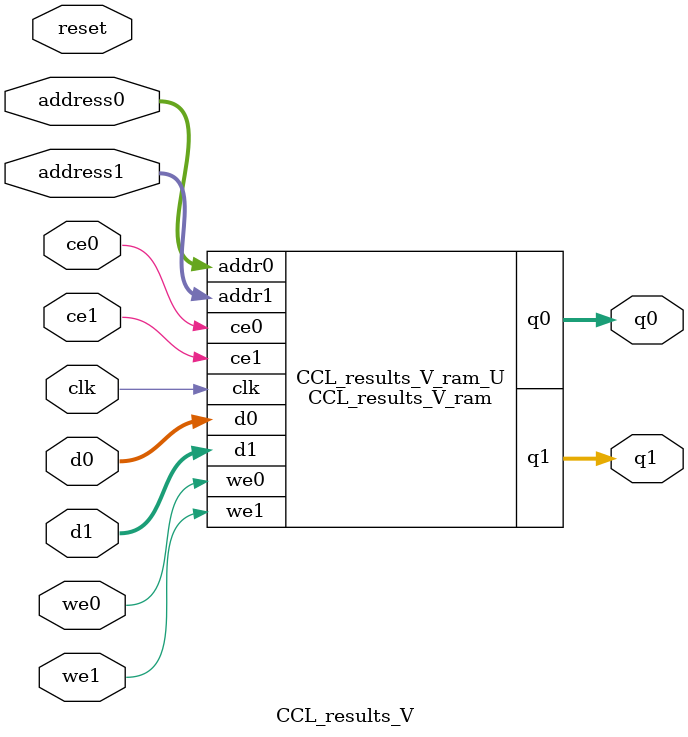
<source format=v>
`timescale 1 ns / 1 ps
module CCL_results_V_ram (addr0, ce0, d0, we0, q0, addr1, ce1, d1, we1, q1,  clk);

parameter DWIDTH = 32;
parameter AWIDTH = 17;
parameter MEM_SIZE = 129600;

input[AWIDTH-1:0] addr0;
input ce0;
input[DWIDTH-1:0] d0;
input we0;
output reg[DWIDTH-1:0] q0;
input[AWIDTH-1:0] addr1;
input ce1;
input[DWIDTH-1:0] d1;
input we1;
output reg[DWIDTH-1:0] q1;
input clk;

(* ram_style = "block" *)reg [DWIDTH-1:0] ram[0:MEM_SIZE-1];




always @(posedge clk)  
begin 
    if (ce0) begin
        if (we0) 
            ram[addr0] <= d0; 
        q0 <= ram[addr0];
    end
end


always @(posedge clk)  
begin 
    if (ce1) begin
        if (we1) 
            ram[addr1] <= d1; 
        q1 <= ram[addr1];
    end
end


endmodule

`timescale 1 ns / 1 ps
module CCL_results_V(
    reset,
    clk,
    address0,
    ce0,
    we0,
    d0,
    q0,
    address1,
    ce1,
    we1,
    d1,
    q1);

parameter DataWidth = 32'd32;
parameter AddressRange = 32'd129600;
parameter AddressWidth = 32'd17;
input reset;
input clk;
input[AddressWidth - 1:0] address0;
input ce0;
input we0;
input[DataWidth - 1:0] d0;
output[DataWidth - 1:0] q0;
input[AddressWidth - 1:0] address1;
input ce1;
input we1;
input[DataWidth - 1:0] d1;
output[DataWidth - 1:0] q1;



CCL_results_V_ram CCL_results_V_ram_U(
    .clk( clk ),
    .addr0( address0 ),
    .ce0( ce0 ),
    .we0( we0 ),
    .d0( d0 ),
    .q0( q0 ),
    .addr1( address1 ),
    .ce1( ce1 ),
    .we1( we1 ),
    .d1( d1 ),
    .q1( q1 ));

endmodule


</source>
